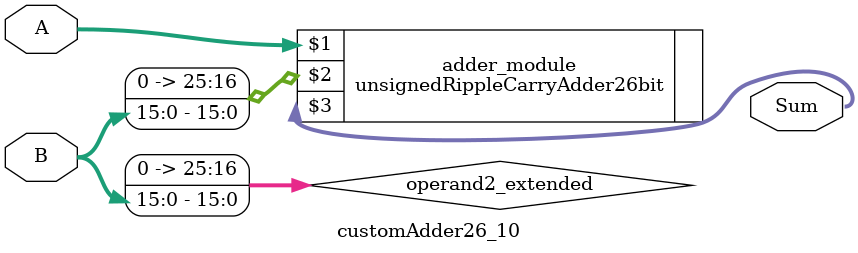
<source format=v>

module customAdder26_10(
                    input [25 : 0] A,
                    input [15 : 0] B,
                    
                    output [26 : 0] Sum
            );

    wire [25 : 0] operand2_extended;
    
    assign operand2_extended =  {10'b0, B};
    
    unsignedRippleCarryAdder26bit adder_module(
        A,
        operand2_extended,
        Sum
    );
    
endmodule
        
</source>
